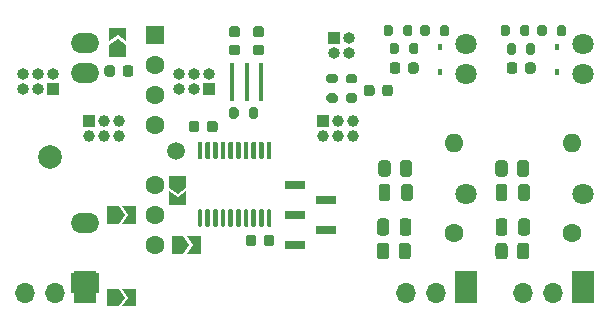
<source format=gbr>
%TF.GenerationSoftware,KiCad,Pcbnew,(5.1.10)-1*%
%TF.CreationDate,2022-01-18T17:52:16+07:00*%
%TF.ProjectId,Power_manager_v3,506f7765-725f-46d6-916e-616765725f76,rev?*%
%TF.SameCoordinates,Original*%
%TF.FileFunction,Soldermask,Top*%
%TF.FilePolarity,Negative*%
%FSLAX46Y46*%
G04 Gerber Fmt 4.6, Leading zero omitted, Abs format (unit mm)*
G04 Created by KiCad (PCBNEW (5.1.10)-1) date 2022-01-18 17:52:16*
%MOMM*%
%LPD*%
G01*
G04 APERTURE LIST*
%ADD10R,1.800000X0.650000*%
%ADD11C,1.000000*%
%ADD12R,1.000000X1.000000*%
%ADD13C,1.600000*%
%ADD14R,1.600000X1.600000*%
%ADD15R,2.400000X1.700000*%
%ADD16O,2.400000X1.700000*%
%ADD17O,1.700000X1.700000*%
%ADD18R,1.900000X2.700000*%
%ADD19O,1.000000X1.000000*%
%ADD20C,1.500000*%
%ADD21O,1.600000X1.600000*%
%ADD22R,0.400000X3.200000*%
%ADD23C,2.000000*%
%ADD24C,0.020000*%
%ADD25C,1.800000*%
%ADD26R,1.800000X1.800000*%
%ADD27R,0.450000X0.600000*%
G04 APERTURE END LIST*
D10*
%TO.C,J5*%
X99238000Y-89078000D03*
X99238000Y-91618000D03*
X99238000Y-94158000D03*
X101938000Y-90348000D03*
X101938000Y-92888000D03*
%TD*%
D11*
%TO.C,U7*%
X104191000Y-84887000D03*
X104191000Y-83617000D03*
X102921000Y-84887000D03*
X102921000Y-83617000D03*
X101651000Y-84887000D03*
D12*
X101651000Y-83617000D03*
D11*
X84379000Y-84887000D03*
X84379000Y-83617000D03*
X83109000Y-84887000D03*
X83109000Y-83617000D03*
X81839000Y-84887000D03*
D12*
X81839000Y-83617000D03*
%TD*%
D13*
%TO.C,U4*%
X87427000Y-94158000D03*
X87427000Y-91618000D03*
X87436500Y-89078000D03*
X87427000Y-83998000D03*
X87427000Y-81458000D03*
X87427000Y-78918000D03*
D14*
X87427000Y-76378000D03*
%TD*%
D15*
%TO.C,U1*%
X81458000Y-97333000D03*
D16*
X81458000Y-92253000D03*
X81458000Y-79553000D03*
X81458000Y-77013000D03*
%TD*%
D17*
%TO.C,J4*%
X118542000Y-98222000D03*
X121082000Y-98222000D03*
D18*
X123622000Y-97714000D03*
%TD*%
D17*
%TO.C,J3*%
X108636000Y-98222000D03*
X111176000Y-98222000D03*
D18*
X113716000Y-97714000D03*
%TD*%
D17*
%TO.C,J1*%
X76378000Y-98222000D03*
X78918000Y-98222000D03*
D18*
X81458000Y-97714000D03*
%TD*%
D19*
%TO.C,JP4*%
X103810000Y-77902000D03*
X103810000Y-76632000D03*
X102540000Y-77902000D03*
D12*
X102540000Y-76632000D03*
%TD*%
D19*
%TO.C,J6*%
X89459000Y-79680000D03*
X89459000Y-80950000D03*
X90729000Y-79680000D03*
X90729000Y-80950000D03*
X91999000Y-79680000D03*
D12*
X91999000Y-80950000D03*
%TD*%
%TO.C,C17*%
G36*
G01*
X91829000Y-84375000D02*
X91829000Y-83875000D01*
G75*
G02*
X92054000Y-83650000I225000J0D01*
G01*
X92504000Y-83650000D01*
G75*
G02*
X92729000Y-83875000I0J-225000D01*
G01*
X92729000Y-84375000D01*
G75*
G02*
X92504000Y-84600000I-225000J0D01*
G01*
X92054000Y-84600000D01*
G75*
G02*
X91829000Y-84375000I0J225000D01*
G01*
G37*
G36*
G01*
X90279000Y-84375000D02*
X90279000Y-83875000D01*
G75*
G02*
X90504000Y-83650000I225000J0D01*
G01*
X90954000Y-83650000D01*
G75*
G02*
X91179000Y-83875000I0J-225000D01*
G01*
X91179000Y-84375000D01*
G75*
G02*
X90954000Y-84600000I-225000J0D01*
G01*
X90504000Y-84600000D01*
G75*
G02*
X90279000Y-84375000I0J225000D01*
G01*
G37*
%TD*%
D20*
%TO.C,KP1*%
X89205000Y-86157000D03*
%TD*%
D21*
%TO.C,F1*%
X112700000Y-85522000D03*
D13*
X112700000Y-93142000D03*
%TD*%
%TO.C,R25*%
G36*
G01*
X104339000Y-80462000D02*
X103789000Y-80462000D01*
G75*
G02*
X103589000Y-80262000I0J200000D01*
G01*
X103589000Y-79862000D01*
G75*
G02*
X103789000Y-79662000I200000J0D01*
G01*
X104339000Y-79662000D01*
G75*
G02*
X104539000Y-79862000I0J-200000D01*
G01*
X104539000Y-80262000D01*
G75*
G02*
X104339000Y-80462000I-200000J0D01*
G01*
G37*
G36*
G01*
X104339000Y-82112000D02*
X103789000Y-82112000D01*
G75*
G02*
X103589000Y-81912000I0J200000D01*
G01*
X103589000Y-81512000D01*
G75*
G02*
X103789000Y-81312000I200000J0D01*
G01*
X104339000Y-81312000D01*
G75*
G02*
X104539000Y-81512000I0J-200000D01*
G01*
X104539000Y-81912000D01*
G75*
G02*
X104339000Y-82112000I-200000J0D01*
G01*
G37*
%TD*%
%TO.C,R23*%
G36*
G01*
X102138000Y-81311000D02*
X102688000Y-81311000D01*
G75*
G02*
X102888000Y-81511000I0J-200000D01*
G01*
X102888000Y-81911000D01*
G75*
G02*
X102688000Y-82111000I-200000J0D01*
G01*
X102138000Y-82111000D01*
G75*
G02*
X101938000Y-81911000I0J200000D01*
G01*
X101938000Y-81511000D01*
G75*
G02*
X102138000Y-81311000I200000J0D01*
G01*
G37*
G36*
G01*
X102138000Y-79661000D02*
X102688000Y-79661000D01*
G75*
G02*
X102888000Y-79861000I0J-200000D01*
G01*
X102888000Y-80261000D01*
G75*
G02*
X102688000Y-80461000I-200000J0D01*
G01*
X102138000Y-80461000D01*
G75*
G02*
X101938000Y-80261000I0J200000D01*
G01*
X101938000Y-79861000D01*
G75*
G02*
X102138000Y-79661000I200000J0D01*
G01*
G37*
%TD*%
%TO.C,C15*%
G36*
G01*
X96642000Y-94027000D02*
X96642000Y-93527000D01*
G75*
G02*
X96867000Y-93302000I225000J0D01*
G01*
X97317000Y-93302000D01*
G75*
G02*
X97542000Y-93527000I0J-225000D01*
G01*
X97542000Y-94027000D01*
G75*
G02*
X97317000Y-94252000I-225000J0D01*
G01*
X96867000Y-94252000D01*
G75*
G02*
X96642000Y-94027000I0J225000D01*
G01*
G37*
G36*
G01*
X95092000Y-94027000D02*
X95092000Y-93527000D01*
G75*
G02*
X95317000Y-93302000I225000J0D01*
G01*
X95767000Y-93302000D01*
G75*
G02*
X95992000Y-93527000I0J-225000D01*
G01*
X95992000Y-94027000D01*
G75*
G02*
X95767000Y-94252000I-225000J0D01*
G01*
X95317000Y-94252000D01*
G75*
G02*
X95092000Y-94027000I0J225000D01*
G01*
G37*
%TD*%
%TO.C,C7*%
G36*
G01*
X106662000Y-81327000D02*
X106662000Y-80827000D01*
G75*
G02*
X106887000Y-80602000I225000J0D01*
G01*
X107337000Y-80602000D01*
G75*
G02*
X107562000Y-80827000I0J-225000D01*
G01*
X107562000Y-81327000D01*
G75*
G02*
X107337000Y-81552000I-225000J0D01*
G01*
X106887000Y-81552000D01*
G75*
G02*
X106662000Y-81327000I0J225000D01*
G01*
G37*
G36*
G01*
X105112000Y-81327000D02*
X105112000Y-80827000D01*
G75*
G02*
X105337000Y-80602000I225000J0D01*
G01*
X105787000Y-80602000D01*
G75*
G02*
X106012000Y-80827000I0J-225000D01*
G01*
X106012000Y-81327000D01*
G75*
G02*
X105787000Y-81552000I-225000J0D01*
G01*
X105337000Y-81552000D01*
G75*
G02*
X105112000Y-81327000I0J225000D01*
G01*
G37*
%TD*%
D22*
%TO.C,Y1*%
X93974000Y-80315000D03*
X95174000Y-80315000D03*
X96374000Y-80315000D03*
%TD*%
%TO.C,U5*%
G36*
G01*
X96987000Y-91134500D02*
X97187000Y-91134500D01*
G75*
G02*
X97287000Y-91234500I0J-100000D01*
G01*
X97287000Y-92509500D01*
G75*
G02*
X97187000Y-92609500I-100000J0D01*
G01*
X96987000Y-92609500D01*
G75*
G02*
X96887000Y-92509500I0J100000D01*
G01*
X96887000Y-91234500D01*
G75*
G02*
X96987000Y-91134500I100000J0D01*
G01*
G37*
G36*
G01*
X96337000Y-91134500D02*
X96537000Y-91134500D01*
G75*
G02*
X96637000Y-91234500I0J-100000D01*
G01*
X96637000Y-92509500D01*
G75*
G02*
X96537000Y-92609500I-100000J0D01*
G01*
X96337000Y-92609500D01*
G75*
G02*
X96237000Y-92509500I0J100000D01*
G01*
X96237000Y-91234500D01*
G75*
G02*
X96337000Y-91134500I100000J0D01*
G01*
G37*
G36*
G01*
X95687000Y-91134500D02*
X95887000Y-91134500D01*
G75*
G02*
X95987000Y-91234500I0J-100000D01*
G01*
X95987000Y-92509500D01*
G75*
G02*
X95887000Y-92609500I-100000J0D01*
G01*
X95687000Y-92609500D01*
G75*
G02*
X95587000Y-92509500I0J100000D01*
G01*
X95587000Y-91234500D01*
G75*
G02*
X95687000Y-91134500I100000J0D01*
G01*
G37*
G36*
G01*
X95037000Y-91134500D02*
X95237000Y-91134500D01*
G75*
G02*
X95337000Y-91234500I0J-100000D01*
G01*
X95337000Y-92509500D01*
G75*
G02*
X95237000Y-92609500I-100000J0D01*
G01*
X95037000Y-92609500D01*
G75*
G02*
X94937000Y-92509500I0J100000D01*
G01*
X94937000Y-91234500D01*
G75*
G02*
X95037000Y-91134500I100000J0D01*
G01*
G37*
G36*
G01*
X94387000Y-91134500D02*
X94587000Y-91134500D01*
G75*
G02*
X94687000Y-91234500I0J-100000D01*
G01*
X94687000Y-92509500D01*
G75*
G02*
X94587000Y-92609500I-100000J0D01*
G01*
X94387000Y-92609500D01*
G75*
G02*
X94287000Y-92509500I0J100000D01*
G01*
X94287000Y-91234500D01*
G75*
G02*
X94387000Y-91134500I100000J0D01*
G01*
G37*
G36*
G01*
X93737000Y-91134500D02*
X93937000Y-91134500D01*
G75*
G02*
X94037000Y-91234500I0J-100000D01*
G01*
X94037000Y-92509500D01*
G75*
G02*
X93937000Y-92609500I-100000J0D01*
G01*
X93737000Y-92609500D01*
G75*
G02*
X93637000Y-92509500I0J100000D01*
G01*
X93637000Y-91234500D01*
G75*
G02*
X93737000Y-91134500I100000J0D01*
G01*
G37*
G36*
G01*
X93087000Y-91134500D02*
X93287000Y-91134500D01*
G75*
G02*
X93387000Y-91234500I0J-100000D01*
G01*
X93387000Y-92509500D01*
G75*
G02*
X93287000Y-92609500I-100000J0D01*
G01*
X93087000Y-92609500D01*
G75*
G02*
X92987000Y-92509500I0J100000D01*
G01*
X92987000Y-91234500D01*
G75*
G02*
X93087000Y-91134500I100000J0D01*
G01*
G37*
G36*
G01*
X92437000Y-91134500D02*
X92637000Y-91134500D01*
G75*
G02*
X92737000Y-91234500I0J-100000D01*
G01*
X92737000Y-92509500D01*
G75*
G02*
X92637000Y-92609500I-100000J0D01*
G01*
X92437000Y-92609500D01*
G75*
G02*
X92337000Y-92509500I0J100000D01*
G01*
X92337000Y-91234500D01*
G75*
G02*
X92437000Y-91134500I100000J0D01*
G01*
G37*
G36*
G01*
X91787000Y-91134500D02*
X91987000Y-91134500D01*
G75*
G02*
X92087000Y-91234500I0J-100000D01*
G01*
X92087000Y-92509500D01*
G75*
G02*
X91987000Y-92609500I-100000J0D01*
G01*
X91787000Y-92609500D01*
G75*
G02*
X91687000Y-92509500I0J100000D01*
G01*
X91687000Y-91234500D01*
G75*
G02*
X91787000Y-91134500I100000J0D01*
G01*
G37*
G36*
G01*
X91137000Y-91134500D02*
X91337000Y-91134500D01*
G75*
G02*
X91437000Y-91234500I0J-100000D01*
G01*
X91437000Y-92509500D01*
G75*
G02*
X91337000Y-92609500I-100000J0D01*
G01*
X91137000Y-92609500D01*
G75*
G02*
X91037000Y-92509500I0J100000D01*
G01*
X91037000Y-91234500D01*
G75*
G02*
X91137000Y-91134500I100000J0D01*
G01*
G37*
G36*
G01*
X91137000Y-85409500D02*
X91337000Y-85409500D01*
G75*
G02*
X91437000Y-85509500I0J-100000D01*
G01*
X91437000Y-86784500D01*
G75*
G02*
X91337000Y-86884500I-100000J0D01*
G01*
X91137000Y-86884500D01*
G75*
G02*
X91037000Y-86784500I0J100000D01*
G01*
X91037000Y-85509500D01*
G75*
G02*
X91137000Y-85409500I100000J0D01*
G01*
G37*
G36*
G01*
X91787000Y-85409500D02*
X91987000Y-85409500D01*
G75*
G02*
X92087000Y-85509500I0J-100000D01*
G01*
X92087000Y-86784500D01*
G75*
G02*
X91987000Y-86884500I-100000J0D01*
G01*
X91787000Y-86884500D01*
G75*
G02*
X91687000Y-86784500I0J100000D01*
G01*
X91687000Y-85509500D01*
G75*
G02*
X91787000Y-85409500I100000J0D01*
G01*
G37*
G36*
G01*
X92437000Y-85409500D02*
X92637000Y-85409500D01*
G75*
G02*
X92737000Y-85509500I0J-100000D01*
G01*
X92737000Y-86784500D01*
G75*
G02*
X92637000Y-86884500I-100000J0D01*
G01*
X92437000Y-86884500D01*
G75*
G02*
X92337000Y-86784500I0J100000D01*
G01*
X92337000Y-85509500D01*
G75*
G02*
X92437000Y-85409500I100000J0D01*
G01*
G37*
G36*
G01*
X93087000Y-85409500D02*
X93287000Y-85409500D01*
G75*
G02*
X93387000Y-85509500I0J-100000D01*
G01*
X93387000Y-86784500D01*
G75*
G02*
X93287000Y-86884500I-100000J0D01*
G01*
X93087000Y-86884500D01*
G75*
G02*
X92987000Y-86784500I0J100000D01*
G01*
X92987000Y-85509500D01*
G75*
G02*
X93087000Y-85409500I100000J0D01*
G01*
G37*
G36*
G01*
X93737000Y-85409500D02*
X93937000Y-85409500D01*
G75*
G02*
X94037000Y-85509500I0J-100000D01*
G01*
X94037000Y-86784500D01*
G75*
G02*
X93937000Y-86884500I-100000J0D01*
G01*
X93737000Y-86884500D01*
G75*
G02*
X93637000Y-86784500I0J100000D01*
G01*
X93637000Y-85509500D01*
G75*
G02*
X93737000Y-85409500I100000J0D01*
G01*
G37*
G36*
G01*
X94387000Y-85409500D02*
X94587000Y-85409500D01*
G75*
G02*
X94687000Y-85509500I0J-100000D01*
G01*
X94687000Y-86784500D01*
G75*
G02*
X94587000Y-86884500I-100000J0D01*
G01*
X94387000Y-86884500D01*
G75*
G02*
X94287000Y-86784500I0J100000D01*
G01*
X94287000Y-85509500D01*
G75*
G02*
X94387000Y-85409500I100000J0D01*
G01*
G37*
G36*
G01*
X95037000Y-85409500D02*
X95237000Y-85409500D01*
G75*
G02*
X95337000Y-85509500I0J-100000D01*
G01*
X95337000Y-86784500D01*
G75*
G02*
X95237000Y-86884500I-100000J0D01*
G01*
X95037000Y-86884500D01*
G75*
G02*
X94937000Y-86784500I0J100000D01*
G01*
X94937000Y-85509500D01*
G75*
G02*
X95037000Y-85409500I100000J0D01*
G01*
G37*
G36*
G01*
X95687000Y-85409500D02*
X95887000Y-85409500D01*
G75*
G02*
X95987000Y-85509500I0J-100000D01*
G01*
X95987000Y-86784500D01*
G75*
G02*
X95887000Y-86884500I-100000J0D01*
G01*
X95687000Y-86884500D01*
G75*
G02*
X95587000Y-86784500I0J100000D01*
G01*
X95587000Y-85509500D01*
G75*
G02*
X95687000Y-85409500I100000J0D01*
G01*
G37*
G36*
G01*
X96337000Y-85409500D02*
X96537000Y-85409500D01*
G75*
G02*
X96637000Y-85509500I0J-100000D01*
G01*
X96637000Y-86784500D01*
G75*
G02*
X96537000Y-86884500I-100000J0D01*
G01*
X96337000Y-86884500D01*
G75*
G02*
X96237000Y-86784500I0J100000D01*
G01*
X96237000Y-85509500D01*
G75*
G02*
X96337000Y-85409500I100000J0D01*
G01*
G37*
G36*
G01*
X96987000Y-85409500D02*
X97187000Y-85409500D01*
G75*
G02*
X97287000Y-85509500I0J-100000D01*
G01*
X97287000Y-86784500D01*
G75*
G02*
X97187000Y-86884500I-100000J0D01*
G01*
X96987000Y-86884500D01*
G75*
G02*
X96887000Y-86784500I0J100000D01*
G01*
X96887000Y-85509500D01*
G75*
G02*
X96987000Y-85409500I100000J0D01*
G01*
G37*
%TD*%
%TO.C,R24*%
G36*
G01*
X95345000Y-83257000D02*
X95345000Y-82707000D01*
G75*
G02*
X95545000Y-82507000I200000J0D01*
G01*
X95945000Y-82507000D01*
G75*
G02*
X96145000Y-82707000I0J-200000D01*
G01*
X96145000Y-83257000D01*
G75*
G02*
X95945000Y-83457000I-200000J0D01*
G01*
X95545000Y-83457000D01*
G75*
G02*
X95345000Y-83257000I0J200000D01*
G01*
G37*
G36*
G01*
X93695000Y-83257000D02*
X93695000Y-82707000D01*
G75*
G02*
X93895000Y-82507000I200000J0D01*
G01*
X94295000Y-82507000D01*
G75*
G02*
X94495000Y-82707000I0J-200000D01*
G01*
X94495000Y-83257000D01*
G75*
G02*
X94295000Y-83457000I-200000J0D01*
G01*
X93895000Y-83457000D01*
G75*
G02*
X93695000Y-83257000I0J200000D01*
G01*
G37*
%TD*%
%TO.C,C5*%
G36*
G01*
X94408000Y-76548000D02*
X93908000Y-76548000D01*
G75*
G02*
X93683000Y-76323000I0J225000D01*
G01*
X93683000Y-75873000D01*
G75*
G02*
X93908000Y-75648000I225000J0D01*
G01*
X94408000Y-75648000D01*
G75*
G02*
X94633000Y-75873000I0J-225000D01*
G01*
X94633000Y-76323000D01*
G75*
G02*
X94408000Y-76548000I-225000J0D01*
G01*
G37*
G36*
G01*
X94408000Y-78098000D02*
X93908000Y-78098000D01*
G75*
G02*
X93683000Y-77873000I0J225000D01*
G01*
X93683000Y-77423000D01*
G75*
G02*
X93908000Y-77198000I225000J0D01*
G01*
X94408000Y-77198000D01*
G75*
G02*
X94633000Y-77423000I0J-225000D01*
G01*
X94633000Y-77873000D01*
G75*
G02*
X94408000Y-78098000I-225000J0D01*
G01*
G37*
%TD*%
%TO.C,C4*%
G36*
G01*
X96440000Y-76548000D02*
X95940000Y-76548000D01*
G75*
G02*
X95715000Y-76323000I0J225000D01*
G01*
X95715000Y-75873000D01*
G75*
G02*
X95940000Y-75648000I225000J0D01*
G01*
X96440000Y-75648000D01*
G75*
G02*
X96665000Y-75873000I0J-225000D01*
G01*
X96665000Y-76323000D01*
G75*
G02*
X96440000Y-76548000I-225000J0D01*
G01*
G37*
G36*
G01*
X96440000Y-78098000D02*
X95940000Y-78098000D01*
G75*
G02*
X95715000Y-77873000I0J225000D01*
G01*
X95715000Y-77423000D01*
G75*
G02*
X95940000Y-77198000I225000J0D01*
G01*
X96440000Y-77198000D01*
G75*
G02*
X96665000Y-77423000I0J-225000D01*
G01*
X96665000Y-77873000D01*
G75*
G02*
X96440000Y-78098000I-225000J0D01*
G01*
G37*
%TD*%
D23*
%TO.C,GND1*%
X78537000Y-86665000D03*
%TD*%
D24*
%TO.C,JP6*%
G36*
X90332000Y-94158000D02*
G01*
X89832000Y-94908000D01*
X88832000Y-94908000D01*
X88832000Y-93408000D01*
X89832000Y-93408000D01*
X90332000Y-94158000D01*
G37*
G36*
X91282000Y-94908000D02*
G01*
X90132000Y-94908000D01*
X90632000Y-94158000D01*
X90132000Y-93408000D01*
X91282000Y-93408000D01*
X91282000Y-94908000D01*
G37*
%TD*%
%TO.C,JP5*%
G36*
X89332000Y-89824000D02*
G01*
X88582000Y-89324000D01*
X88582000Y-88324000D01*
X90082000Y-88324000D01*
X90082000Y-89324000D01*
X89332000Y-89824000D01*
G37*
G36*
X88582000Y-90774000D02*
G01*
X88582000Y-89624000D01*
X89332000Y-90124000D01*
X90082000Y-89624000D01*
X90082000Y-90774000D01*
X88582000Y-90774000D01*
G37*
%TD*%
%TO.C,JP3*%
G36*
X84252000Y-76701000D02*
G01*
X85002000Y-77201000D01*
X85002000Y-78201000D01*
X83502000Y-78201000D01*
X83502000Y-77201000D01*
X84252000Y-76701000D01*
G37*
G36*
X85002000Y-75751000D02*
G01*
X85002000Y-76901000D01*
X84252000Y-76401000D01*
X83502000Y-76901000D01*
X83502000Y-75751000D01*
X85002000Y-75751000D01*
G37*
%TD*%
%TO.C,JP2*%
G36*
X84871000Y-91618000D02*
G01*
X84371000Y-92368000D01*
X83371000Y-92368000D01*
X83371000Y-90868000D01*
X84371000Y-90868000D01*
X84871000Y-91618000D01*
G37*
G36*
X85821000Y-92368000D02*
G01*
X84671000Y-92368000D01*
X85171000Y-91618000D01*
X84671000Y-90868000D01*
X85821000Y-90868000D01*
X85821000Y-92368000D01*
G37*
%TD*%
D25*
%TO.C,U2*%
X113716000Y-77140000D03*
X113716000Y-79680000D03*
X113716000Y-89840000D03*
D26*
X113716000Y-97460000D03*
%TD*%
%TO.C,R21*%
G36*
G01*
X117276500Y-87230999D02*
X117276500Y-88131001D01*
G75*
G02*
X117026501Y-88381000I-249999J0D01*
G01*
X116501499Y-88381000D01*
G75*
G02*
X116251500Y-88131001I0J249999D01*
G01*
X116251500Y-87230999D01*
G75*
G02*
X116501499Y-86981000I249999J0D01*
G01*
X117026501Y-86981000D01*
G75*
G02*
X117276500Y-87230999I0J-249999D01*
G01*
G37*
G36*
G01*
X119101500Y-87230999D02*
X119101500Y-88131001D01*
G75*
G02*
X118851501Y-88381000I-249999J0D01*
G01*
X118326499Y-88381000D01*
G75*
G02*
X118076500Y-88131001I0J249999D01*
G01*
X118076500Y-87230999D01*
G75*
G02*
X118326499Y-86981000I249999J0D01*
G01*
X118851501Y-86981000D01*
G75*
G02*
X119101500Y-87230999I0J-249999D01*
G01*
G37*
%TD*%
%TO.C,R20*%
G36*
G01*
X119101500Y-94215999D02*
X119101500Y-95116001D01*
G75*
G02*
X118851501Y-95366000I-249999J0D01*
G01*
X118326499Y-95366000D01*
G75*
G02*
X118076500Y-95116001I0J249999D01*
G01*
X118076500Y-94215999D01*
G75*
G02*
X118326499Y-93966000I249999J0D01*
G01*
X118851501Y-93966000D01*
G75*
G02*
X119101500Y-94215999I0J-249999D01*
G01*
G37*
G36*
G01*
X117276500Y-94215999D02*
X117276500Y-95116001D01*
G75*
G02*
X117026501Y-95366000I-249999J0D01*
G01*
X116501499Y-95366000D01*
G75*
G02*
X116251500Y-95116001I0J249999D01*
G01*
X116251500Y-94215999D01*
G75*
G02*
X116501499Y-93966000I249999J0D01*
G01*
X117026501Y-93966000D01*
G75*
G02*
X117276500Y-94215999I0J-249999D01*
G01*
G37*
%TD*%
%TO.C,R19*%
G36*
G01*
X107370500Y-87230999D02*
X107370500Y-88131001D01*
G75*
G02*
X107120501Y-88381000I-249999J0D01*
G01*
X106595499Y-88381000D01*
G75*
G02*
X106345500Y-88131001I0J249999D01*
G01*
X106345500Y-87230999D01*
G75*
G02*
X106595499Y-86981000I249999J0D01*
G01*
X107120501Y-86981000D01*
G75*
G02*
X107370500Y-87230999I0J-249999D01*
G01*
G37*
G36*
G01*
X109195500Y-87230999D02*
X109195500Y-88131001D01*
G75*
G02*
X108945501Y-88381000I-249999J0D01*
G01*
X108420499Y-88381000D01*
G75*
G02*
X108170500Y-88131001I0J249999D01*
G01*
X108170500Y-87230999D01*
G75*
G02*
X108420499Y-86981000I249999J0D01*
G01*
X108945501Y-86981000D01*
G75*
G02*
X109195500Y-87230999I0J-249999D01*
G01*
G37*
%TD*%
%TO.C,R18*%
G36*
G01*
X107243500Y-94215999D02*
X107243500Y-95116001D01*
G75*
G02*
X106993501Y-95366000I-249999J0D01*
G01*
X106468499Y-95366000D01*
G75*
G02*
X106218500Y-95116001I0J249999D01*
G01*
X106218500Y-94215999D01*
G75*
G02*
X106468499Y-93966000I249999J0D01*
G01*
X106993501Y-93966000D01*
G75*
G02*
X107243500Y-94215999I0J-249999D01*
G01*
G37*
G36*
G01*
X109068500Y-94215999D02*
X109068500Y-95116001D01*
G75*
G02*
X108818501Y-95366000I-249999J0D01*
G01*
X108293499Y-95366000D01*
G75*
G02*
X108043500Y-95116001I0J249999D01*
G01*
X108043500Y-94215999D01*
G75*
G02*
X108293499Y-93966000I249999J0D01*
G01*
X108818501Y-93966000D01*
G75*
G02*
X109068500Y-94215999I0J-249999D01*
G01*
G37*
%TD*%
%TO.C,C12*%
G36*
G01*
X118164000Y-90188000D02*
X118164000Y-89238000D01*
G75*
G02*
X118414000Y-88988000I250000J0D01*
G01*
X118914000Y-88988000D01*
G75*
G02*
X119164000Y-89238000I0J-250000D01*
G01*
X119164000Y-90188000D01*
G75*
G02*
X118914000Y-90438000I-250000J0D01*
G01*
X118414000Y-90438000D01*
G75*
G02*
X118164000Y-90188000I0J250000D01*
G01*
G37*
G36*
G01*
X116264000Y-90188000D02*
X116264000Y-89238000D01*
G75*
G02*
X116514000Y-88988000I250000J0D01*
G01*
X117014000Y-88988000D01*
G75*
G02*
X117264000Y-89238000I0J-250000D01*
G01*
X117264000Y-90188000D01*
G75*
G02*
X117014000Y-90438000I-250000J0D01*
G01*
X116514000Y-90438000D01*
G75*
G02*
X116264000Y-90188000I0J250000D01*
G01*
G37*
%TD*%
%TO.C,C11*%
G36*
G01*
X117269000Y-92159000D02*
X117269000Y-93109000D01*
G75*
G02*
X117019000Y-93359000I-250000J0D01*
G01*
X116519000Y-93359000D01*
G75*
G02*
X116269000Y-93109000I0J250000D01*
G01*
X116269000Y-92159000D01*
G75*
G02*
X116519000Y-91909000I250000J0D01*
G01*
X117019000Y-91909000D01*
G75*
G02*
X117269000Y-92159000I0J-250000D01*
G01*
G37*
G36*
G01*
X119169000Y-92159000D02*
X119169000Y-93109000D01*
G75*
G02*
X118919000Y-93359000I-250000J0D01*
G01*
X118419000Y-93359000D01*
G75*
G02*
X118169000Y-93109000I0J250000D01*
G01*
X118169000Y-92159000D01*
G75*
G02*
X118419000Y-91909000I250000J0D01*
G01*
X118919000Y-91909000D01*
G75*
G02*
X119169000Y-92159000I0J-250000D01*
G01*
G37*
%TD*%
%TO.C,C10*%
G36*
G01*
X108263000Y-90188000D02*
X108263000Y-89238000D01*
G75*
G02*
X108513000Y-88988000I250000J0D01*
G01*
X109013000Y-88988000D01*
G75*
G02*
X109263000Y-89238000I0J-250000D01*
G01*
X109263000Y-90188000D01*
G75*
G02*
X109013000Y-90438000I-250000J0D01*
G01*
X108513000Y-90438000D01*
G75*
G02*
X108263000Y-90188000I0J250000D01*
G01*
G37*
G36*
G01*
X106363000Y-90188000D02*
X106363000Y-89238000D01*
G75*
G02*
X106613000Y-88988000I250000J0D01*
G01*
X107113000Y-88988000D01*
G75*
G02*
X107363000Y-89238000I0J-250000D01*
G01*
X107363000Y-90188000D01*
G75*
G02*
X107113000Y-90438000I-250000J0D01*
G01*
X106613000Y-90438000D01*
G75*
G02*
X106363000Y-90188000I0J250000D01*
G01*
G37*
%TD*%
%TO.C,C9*%
G36*
G01*
X107231000Y-92159000D02*
X107231000Y-93109000D01*
G75*
G02*
X106981000Y-93359000I-250000J0D01*
G01*
X106481000Y-93359000D01*
G75*
G02*
X106231000Y-93109000I0J250000D01*
G01*
X106231000Y-92159000D01*
G75*
G02*
X106481000Y-91909000I250000J0D01*
G01*
X106981000Y-91909000D01*
G75*
G02*
X107231000Y-92159000I0J-250000D01*
G01*
G37*
G36*
G01*
X109131000Y-92159000D02*
X109131000Y-93109000D01*
G75*
G02*
X108881000Y-93359000I-250000J0D01*
G01*
X108381000Y-93359000D01*
G75*
G02*
X108131000Y-93109000I0J250000D01*
G01*
X108131000Y-92159000D01*
G75*
G02*
X108381000Y-91909000I250000J0D01*
G01*
X108881000Y-91909000D01*
G75*
G02*
X109131000Y-92159000I0J-250000D01*
G01*
G37*
%TD*%
%TO.C,R9*%
G36*
G01*
X117989500Y-77284100D02*
X117989500Y-77834100D01*
G75*
G02*
X117789500Y-78034100I-200000J0D01*
G01*
X117389500Y-78034100D01*
G75*
G02*
X117189500Y-77834100I0J200000D01*
G01*
X117189500Y-77284100D01*
G75*
G02*
X117389500Y-77084100I200000J0D01*
G01*
X117789500Y-77084100D01*
G75*
G02*
X117989500Y-77284100I0J-200000D01*
G01*
G37*
G36*
G01*
X119639500Y-77284100D02*
X119639500Y-77834100D01*
G75*
G02*
X119439500Y-78034100I-200000J0D01*
G01*
X119039500Y-78034100D01*
G75*
G02*
X118839500Y-77834100I0J200000D01*
G01*
X118839500Y-77284100D01*
G75*
G02*
X119039500Y-77084100I200000J0D01*
G01*
X119439500Y-77084100D01*
G75*
G02*
X119639500Y-77284100I0J-200000D01*
G01*
G37*
%TD*%
%TO.C,R8*%
G36*
G01*
X121443000Y-76272000D02*
X121443000Y-75722000D01*
G75*
G02*
X121643000Y-75522000I200000J0D01*
G01*
X122043000Y-75522000D01*
G75*
G02*
X122243000Y-75722000I0J-200000D01*
G01*
X122243000Y-76272000D01*
G75*
G02*
X122043000Y-76472000I-200000J0D01*
G01*
X121643000Y-76472000D01*
G75*
G02*
X121443000Y-76272000I0J200000D01*
G01*
G37*
G36*
G01*
X119793000Y-76272000D02*
X119793000Y-75722000D01*
G75*
G02*
X119993000Y-75522000I200000J0D01*
G01*
X120393000Y-75522000D01*
G75*
G02*
X120593000Y-75722000I0J-200000D01*
G01*
X120593000Y-76272000D01*
G75*
G02*
X120393000Y-76472000I-200000J0D01*
G01*
X119993000Y-76472000D01*
G75*
G02*
X119793000Y-76272000I0J200000D01*
G01*
G37*
%TD*%
%TO.C,R6*%
G36*
G01*
X108083500Y-77246000D02*
X108083500Y-77796000D01*
G75*
G02*
X107883500Y-77996000I-200000J0D01*
G01*
X107483500Y-77996000D01*
G75*
G02*
X107283500Y-77796000I0J200000D01*
G01*
X107283500Y-77246000D01*
G75*
G02*
X107483500Y-77046000I200000J0D01*
G01*
X107883500Y-77046000D01*
G75*
G02*
X108083500Y-77246000I0J-200000D01*
G01*
G37*
G36*
G01*
X109733500Y-77246000D02*
X109733500Y-77796000D01*
G75*
G02*
X109533500Y-77996000I-200000J0D01*
G01*
X109133500Y-77996000D01*
G75*
G02*
X108933500Y-77796000I0J200000D01*
G01*
X108933500Y-77246000D01*
G75*
G02*
X109133500Y-77046000I200000J0D01*
G01*
X109533500Y-77046000D01*
G75*
G02*
X109733500Y-77246000I0J-200000D01*
G01*
G37*
%TD*%
%TO.C,R5*%
G36*
G01*
X111537000Y-76272000D02*
X111537000Y-75722000D01*
G75*
G02*
X111737000Y-75522000I200000J0D01*
G01*
X112137000Y-75522000D01*
G75*
G02*
X112337000Y-75722000I0J-200000D01*
G01*
X112337000Y-76272000D01*
G75*
G02*
X112137000Y-76472000I-200000J0D01*
G01*
X111737000Y-76472000D01*
G75*
G02*
X111537000Y-76272000I0J200000D01*
G01*
G37*
G36*
G01*
X109887000Y-76272000D02*
X109887000Y-75722000D01*
G75*
G02*
X110087000Y-75522000I200000J0D01*
G01*
X110487000Y-75522000D01*
G75*
G02*
X110687000Y-75722000I0J-200000D01*
G01*
X110687000Y-76272000D01*
G75*
G02*
X110487000Y-76472000I-200000J0D01*
G01*
X110087000Y-76472000D01*
G75*
G02*
X109887000Y-76272000I0J200000D01*
G01*
G37*
%TD*%
%TO.C,R2*%
G36*
G01*
X117481500Y-75722000D02*
X117481500Y-76272000D01*
G75*
G02*
X117281500Y-76472000I-200000J0D01*
G01*
X116881500Y-76472000D01*
G75*
G02*
X116681500Y-76272000I0J200000D01*
G01*
X116681500Y-75722000D01*
G75*
G02*
X116881500Y-75522000I200000J0D01*
G01*
X117281500Y-75522000D01*
G75*
G02*
X117481500Y-75722000I0J-200000D01*
G01*
G37*
G36*
G01*
X119131500Y-75722000D02*
X119131500Y-76272000D01*
G75*
G02*
X118931500Y-76472000I-200000J0D01*
G01*
X118531500Y-76472000D01*
G75*
G02*
X118331500Y-76272000I0J200000D01*
G01*
X118331500Y-75722000D01*
G75*
G02*
X118531500Y-75522000I200000J0D01*
G01*
X118931500Y-75522000D01*
G75*
G02*
X119131500Y-75722000I0J-200000D01*
G01*
G37*
%TD*%
%TO.C,R1*%
G36*
G01*
X107575500Y-75722000D02*
X107575500Y-76272000D01*
G75*
G02*
X107375500Y-76472000I-200000J0D01*
G01*
X106975500Y-76472000D01*
G75*
G02*
X106775500Y-76272000I0J200000D01*
G01*
X106775500Y-75722000D01*
G75*
G02*
X106975500Y-75522000I200000J0D01*
G01*
X107375500Y-75522000D01*
G75*
G02*
X107575500Y-75722000I0J-200000D01*
G01*
G37*
G36*
G01*
X109225500Y-75722000D02*
X109225500Y-76272000D01*
G75*
G02*
X109025500Y-76472000I-200000J0D01*
G01*
X108625500Y-76472000D01*
G75*
G02*
X108425500Y-76272000I0J200000D01*
G01*
X108425500Y-75722000D01*
G75*
G02*
X108625500Y-75522000I200000J0D01*
G01*
X109025500Y-75522000D01*
G75*
G02*
X109225500Y-75722000I0J-200000D01*
G01*
G37*
%TD*%
D27*
%TO.C,D4*%
X121463000Y-77394000D03*
X121463000Y-79494000D03*
%TD*%
%TO.C,D3*%
X111557000Y-77394000D03*
X111557000Y-79494000D03*
%TD*%
%TO.C,C2*%
G36*
G01*
X118753000Y-79422000D02*
X118753000Y-78922000D01*
G75*
G02*
X118978000Y-78697000I225000J0D01*
G01*
X119428000Y-78697000D01*
G75*
G02*
X119653000Y-78922000I0J-225000D01*
G01*
X119653000Y-79422000D01*
G75*
G02*
X119428000Y-79647000I-225000J0D01*
G01*
X118978000Y-79647000D01*
G75*
G02*
X118753000Y-79422000I0J225000D01*
G01*
G37*
G36*
G01*
X117203000Y-79422000D02*
X117203000Y-78922000D01*
G75*
G02*
X117428000Y-78697000I225000J0D01*
G01*
X117878000Y-78697000D01*
G75*
G02*
X118103000Y-78922000I0J-225000D01*
G01*
X118103000Y-79422000D01*
G75*
G02*
X117878000Y-79647000I-225000J0D01*
G01*
X117428000Y-79647000D01*
G75*
G02*
X117203000Y-79422000I0J225000D01*
G01*
G37*
%TD*%
%TO.C,C1*%
G36*
G01*
X108847000Y-79422000D02*
X108847000Y-78922000D01*
G75*
G02*
X109072000Y-78697000I225000J0D01*
G01*
X109522000Y-78697000D01*
G75*
G02*
X109747000Y-78922000I0J-225000D01*
G01*
X109747000Y-79422000D01*
G75*
G02*
X109522000Y-79647000I-225000J0D01*
G01*
X109072000Y-79647000D01*
G75*
G02*
X108847000Y-79422000I0J225000D01*
G01*
G37*
G36*
G01*
X107297000Y-79422000D02*
X107297000Y-78922000D01*
G75*
G02*
X107522000Y-78697000I225000J0D01*
G01*
X107972000Y-78697000D01*
G75*
G02*
X108197000Y-78922000I0J-225000D01*
G01*
X108197000Y-79422000D01*
G75*
G02*
X107972000Y-79647000I-225000J0D01*
G01*
X107522000Y-79647000D01*
G75*
G02*
X107297000Y-79422000I0J225000D01*
G01*
G37*
%TD*%
%TO.C,C3*%
G36*
G01*
X84041000Y-79176000D02*
X84041000Y-79676000D01*
G75*
G02*
X83816000Y-79901000I-225000J0D01*
G01*
X83366000Y-79901000D01*
G75*
G02*
X83141000Y-79676000I0J225000D01*
G01*
X83141000Y-79176000D01*
G75*
G02*
X83366000Y-78951000I225000J0D01*
G01*
X83816000Y-78951000D01*
G75*
G02*
X84041000Y-79176000I0J-225000D01*
G01*
G37*
G36*
G01*
X85591000Y-79176000D02*
X85591000Y-79676000D01*
G75*
G02*
X85366000Y-79901000I-225000J0D01*
G01*
X84916000Y-79901000D01*
G75*
G02*
X84691000Y-79676000I0J225000D01*
G01*
X84691000Y-79176000D01*
G75*
G02*
X84916000Y-78951000I225000J0D01*
G01*
X85366000Y-78951000D01*
G75*
G02*
X85591000Y-79176000I0J-225000D01*
G01*
G37*
%TD*%
D25*
%TO.C,U3*%
X123622000Y-77140000D03*
X123622000Y-79680000D03*
X123622000Y-89840000D03*
D26*
X123622000Y-97460000D03*
%TD*%
D24*
%TO.C,JP1*%
G36*
X84871000Y-98603000D02*
G01*
X84371000Y-99353000D01*
X83371000Y-99353000D01*
X83371000Y-97853000D01*
X84371000Y-97853000D01*
X84871000Y-98603000D01*
G37*
G36*
X85821000Y-99353000D02*
G01*
X84671000Y-99353000D01*
X85171000Y-98603000D01*
X84671000Y-97853000D01*
X85821000Y-97853000D01*
X85821000Y-99353000D01*
G37*
%TD*%
D19*
%TO.C,J2*%
X76251000Y-79680000D03*
X76251000Y-80950000D03*
X77521000Y-79680000D03*
X77521000Y-80950000D03*
X78791000Y-79680000D03*
D12*
X78791000Y-80950000D03*
%TD*%
D21*
%TO.C,F2*%
X122733000Y-85522000D03*
D13*
X122733000Y-93142000D03*
%TD*%
M02*

</source>
